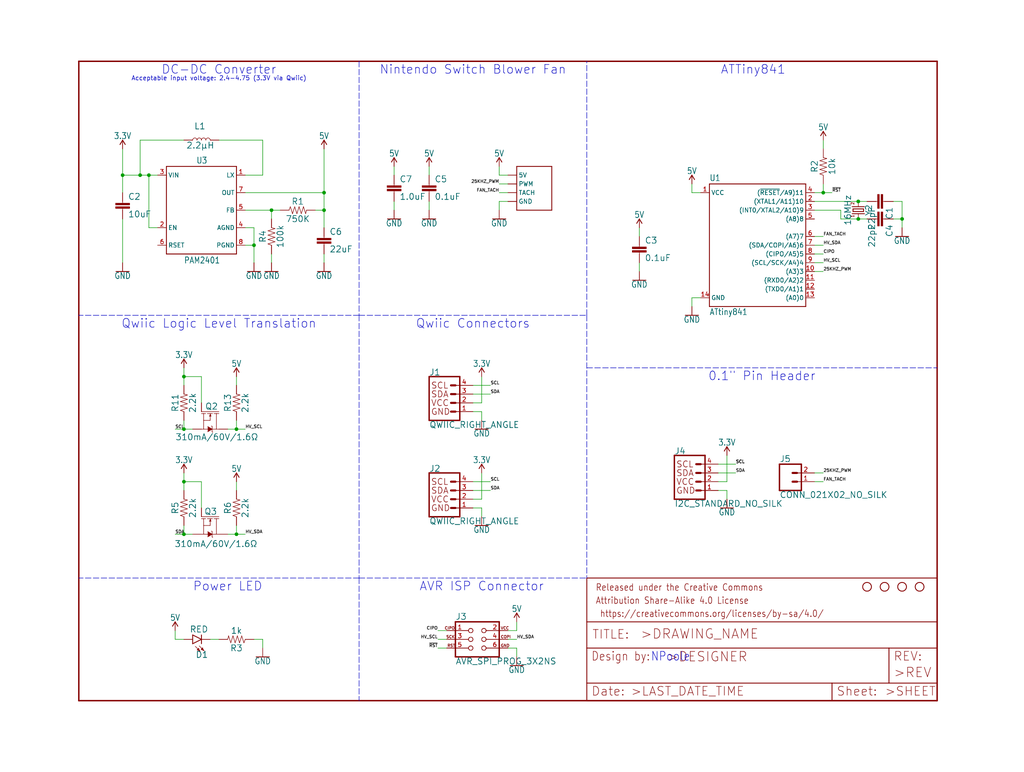
<source format=kicad_sch>
(kicad_sch (version 20211123) (generator eeschema)
  (paper "User" 297.002 223.926)
  (lib_symbols
    (symbol "eagleSchem-eagle-import:0.1UF-0603-25V-(+80{slash}-20%)"
      (property "Reference" "C" (at 1.524 2.921 0))
      (property "Value" "0.1UF-0603-25V-(+80{slash}-20%)" (at 1.524 -2.159 0))
      (symbol "0.1UF-0603-25V-(+80{slash}-20%)_1_0"
        (pin passive line (at 0 5.08 270) (length 2.54) (name "1") (number "1"))
        (pin passive line (at 0 -2.54 90) (length 2.54) (name "2") (number "2"))
      )
    )
    (symbol "eagleSchem-eagle-import:1.0UF-0603-16V-10%"
      (property "Reference" "C" (at 1.524 2.921 0))
      (property "Value" "1.0UF-0603-16V-10%" (at 1.524 -2.159 0))
      (symbol "1.0UF-0603-16V-10%_1_0"
        (pin passive line (at 0 5.08 270) (length 2.54) (name "1") (number "1"))
        (pin passive line (at 0 -2.54 90) (length 2.54) (name "2") (number "2"))
      )
    )
    (symbol "eagleSchem-eagle-import:100KOHM-0603-1{slash}10W-1%"
      (property "Reference" "R" (at 0 1.524 0))
      (property "Value" "100KOHM-0603-1{slash}10W-1%" (at 0 -1.524 0))
      (symbol "100KOHM-0603-1{slash}10W-1%_1_0"
        (pin passive line (at -5.08 0 0) (length 2.54) (name "1") (number "1"))
        (pin passive line (at 5.08 0 180) (length 2.54) (name "2") (number "2"))
      )
    )
    (symbol "eagleSchem-eagle-import:10KOHM-0603-1{slash}10W-1%"
      (property "Reference" "R" (at 0 1.524 0))
      (property "Value" "10KOHM-0603-1{slash}10W-1%" (at 0 -1.524 0))
      (symbol "10KOHM-0603-1{slash}10W-1%_1_0"
        (pin passive line (at -5.08 0 0) (length 2.54) (name "1") (number "1"))
        (pin passive line (at 5.08 0 180) (length 2.54) (name "2") (number "2"))
      )
    )
    (symbol "eagleSchem-eagle-import:10UF-0603-6.3V-20%"
      (property "Reference" "C" (at 1.524 2.921 0))
      (property "Value" "10UF-0603-6.3V-20%" (at 1.524 -2.159 0))
      (symbol "10UF-0603-6.3V-20%_1_0"
        (pin passive line (at 0 5.08 270) (length 2.54) (name "1") (number "1"))
        (pin passive line (at 0 -2.54 90) (length 2.54) (name "2") (number "2"))
      )
    )
    (symbol "eagleSchem-eagle-import:1KOHM-0603-1{slash}10W-1%"
      (property "Reference" "R" (at 0 1.524 0))
      (property "Value" "1KOHM-0603-1{slash}10W-1%" (at 0 -1.524 0))
      (symbol "1KOHM-0603-1{slash}10W-1%_1_0"
        (pin passive line (at -5.08 0 0) (length 2.54) (name "1") (number "1"))
        (pin passive line (at 5.08 0 180) (length 2.54) (name "2") (number "2"))
      )
    )
    (symbol "eagleSchem-eagle-import:2.2KOHM-0603-1{slash}10W-1%"
      (property "Reference" "R" (at 0 1.524 0))
      (property "Value" "2.2KOHM-0603-1{slash}10W-1%" (at 0 -1.524 0))
      (symbol "2.2KOHM-0603-1{slash}10W-1%_1_0"
        (pin passive line (at -5.08 0 0) (length 2.54) (name "1") (number "1"))
        (pin passive line (at 5.08 0 180) (length 2.54) (name "2") (number "2"))
      )
    )
    (symbol "eagleSchem-eagle-import:2.2μH_SHIELDED_INDUCTOR"
      (property "Reference" "L" (at 1.27 2.54 0))
      (property "Value" "2.2μH_SHIELDED_INDUCTOR" (at 1.27 -2.54 0))
      (symbol "2.2μH_SHIELDED_INDUCTOR_1_0"
        (pin passive line (at 0 5.08 270) (length 2.54) (name "1") (number "1"))
        (pin passive line (at 0 -5.08 90) (length 2.54) (name "2") (number "2"))
      )
    )
    (symbol "eagleSchem-eagle-import:22PF-0603-50V-5%"
      (property "Reference" "C" (at 1.524 2.921 0))
      (property "Value" "22PF-0603-50V-5%" (at 1.524 -2.159 0))
      (symbol "22PF-0603-50V-5%_1_0"
        (pin passive line (at 0 5.08 270) (length 2.54) (name "1") (number "1"))
        (pin passive line (at 0 -2.54 90) (length 2.54) (name "2") (number "2"))
      )
    )
    (symbol "eagleSchem-eagle-import:22UF-0805-6.3V-20%"
      (property "Reference" "C" (at 1.524 2.921 0))
      (property "Value" "22UF-0805-6.3V-20%" (at 1.524 -2.159 0))
      (symbol "22UF-0805-6.3V-20%_1_0"
        (pin passive line (at 0 5.08 270) (length 2.54) (name "1") (number "1"))
        (pin passive line (at 0 -2.54 90) (length 2.54) (name "2") (number "2"))
      )
    )
    (symbol "eagleSchem-eagle-import:3.3V" (power)
      (property "Value" "3.3V" (at 0 2.794 0))
      (symbol "3.3V_1_0"
        (pin power_in line (at 0 0 90) (length 2.54) (name "3.3V") (number "1"))
      )
    )
    (symbol "eagleSchem-eagle-import:5V" (power)
      (property "Value" "5V" (at 0 2.794 0))
      (symbol "5V_1_0"
        (pin power_in line (at 0 0 90) (length 2.54) (name "5V") (number "1"))
      )
    )
    (symbol "eagleSchem-eagle-import:750KOHM-0603-1{slash}10W-1%"
      (property "Reference" "R" (at 0 1.524 0))
      (property "Value" "750KOHM-0603-1{slash}10W-1%" (at 0 -1.524 0))
      (symbol "750KOHM-0603-1{slash}10W-1%_1_0"
        (pin passive line (at -5.08 0 0) (length 2.54) (name "1") (number "1"))
        (pin passive line (at 5.08 0 180) (length 2.54) (name "2") (number "2"))
      )
    )
    (symbol "eagleSchem-eagle-import:ATTINY841-ARDUINO"
      (property "Reference" "U" (at -15.24 18.542 0))
      (property "Value" "ATTINY841-ARDUINO" (at -15.24 -20.32 0))
      (symbol "ATTINY841-ARDUINO_1_0"
        (pin power_in line (at -17.78 15.24 0) (length 2.54) (name "VCC") (number "1"))
        (pin bidirectional line (at 15.24 -7.62 180) (length 2.54) (name "(A3)3") (number "10"))
        (pin bidirectional line (at 15.24 -10.16 180) (length 2.54) (name "(RXD0/A2)2") (number "11"))
        (pin bidirectional line (at 15.24 -12.7 180) (length 2.54) (name "(TXD0/A1)1") (number "12"))
        (pin bidirectional line (at 15.24 -15.24 180) (length 2.54) (name "(A0)0") (number "13"))
        (pin power_in line (at -17.78 -15.24 0) (length 2.54) (name "GND") (number "14"))
        (pin bidirectional line (at 15.24 12.7 180) (length 2.54) (name "(XTAL1/A11)10") (number "2"))
        (pin bidirectional line (at 15.24 10.16 180) (length 2.54) (name "(INT0/XTAL2/A10)9") (number "3"))
        (pin bidirectional line (at 15.24 15.24 180) (length 2.54) (name "(~{RESET}/A9)11") (number "4"))
        (pin bidirectional line (at 15.24 7.62 180) (length 2.54) (name "(A8)8") (number "5"))
        (pin bidirectional line (at 15.24 2.54 180) (length 2.54) (name "(A7)7") (number "6"))
        (pin bidirectional line (at 15.24 0 180) (length 2.54) (name "(SDA/COPI/A6)6") (number "7"))
        (pin bidirectional line (at 15.24 -2.54 180) (length 2.54) (name "(CIPO/A5)5") (number "8"))
        (pin bidirectional line (at 15.24 -5.08 180) (length 2.54) (name "(SCL/SCK/A4)4") (number "9"))
      )
    )
    (symbol "eagleSchem-eagle-import:AVR_SPI_PROG_3X2NS"
      (property "Reference" "J" (at -5.08 5.588 0))
      (property "Value" "AVR_SPI_PROG_3X2NS" (at -5.08 -7.366 0))
      (symbol "AVR_SPI_PROG_3X2NS_1_0"
        (text "CIPO" (at -5.207 2.794 0) (effects (font (size 0.8128 0.8128)) (justify right bottom)))
        (text "COPI" (at 8.001 0.254 0) (effects (font (size 0.8128 0.8128)) (justify left bottom)))
        (text "GND" (at 8.001 -2.286 0) (effects (font (size 0.8128 0.8128)) (justify left bottom)))
        (text "RST" (at -5.08 -2.286 0) (effects (font (size 0.8128 0.8128)) (justify right bottom)))
        (text "SCK" (at -5.207 0.254 0) (effects (font (size 0.8128 0.8128)) (justify right bottom)))
        (text "VCC" (at 8.001 2.794 0) (effects (font (size 0.8128 0.8128)) (justify left bottom)))
        (pin passive inverted (at -7.62 2.54 0) (length 7.62) (name "1") (number "1"))
        (pin passive inverted (at 10.16 2.54 180) (length 7.62) (name "2") (number "2"))
        (pin passive inverted (at -7.62 0 0) (length 7.62) (name "3") (number "3"))
        (pin passive inverted (at 10.16 0 180) (length 7.62) (name "4") (number "4"))
        (pin passive inverted (at -7.62 -2.54 0) (length 7.62) (name "5") (number "5"))
        (pin passive inverted (at 10.16 -2.54 180) (length 7.62) (name "6") (number "6"))
      )
    )
    (symbol "eagleSchem-eagle-import:CONN_021X02_NO_SILK"
      (property "Reference" "J" (at -2.54 5.588 0))
      (property "Value" "CONN_021X02_NO_SILK" (at -2.54 -4.826 0))
      (symbol "CONN_021X02_NO_SILK_1_0"
        (pin passive line (at 7.62 0 180) (length 5.08) (name "1") (number "1"))
        (pin passive line (at 7.62 2.54 180) (length 5.08) (name "2") (number "2"))
      )
    )
    (symbol "eagleSchem-eagle-import:CRYSTAL-16MHZSMD-2X1.6"
      (property "Reference" "Y" (at 0 2.032 0))
      (property "Value" "CRYSTAL-16MHZSMD-2X1.6" (at 0 -2.032 0))
      (symbol "CRYSTAL-16MHZSMD-2X1.6_1_0"
        (text "1" (at -2.159 -1.143 0) (effects (font (size 0.8636 0.734)) (justify left bottom)))
        (text "2" (at 1.524 -1.143 0) (effects (font (size 0.8636 0.734)) (justify left bottom)))
        (pin passive line (at -2.54 0 0) (length 0) (name "1") (number "1"))
        (pin passive line (at 2.54 0 180) (length 0) (name "2") (number "3"))
      )
    )
    (symbol "eagleSchem-eagle-import:FRAME-LETTER"
      (symbol "FRAME-LETTER_2_0"
        (text " https://creativecommons.org/licenses/by-sa/4.0/" (at 2.54 24.13 0) (effects (font (size 1.9304 1.6408)) (justify left bottom)))
        (text ">DESIGNER" (at 23.114 11.176 0) (effects (font (size 2.7432 2.7432)) (justify left bottom)))
        (text ">DRAWING_NAME" (at 15.494 17.78 0) (effects (font (size 2.7432 2.7432)) (justify left bottom)))
        (text ">LAST_DATE_TIME" (at 12.7 1.27 0) (effects (font (size 2.54 2.54)) (justify left bottom)))
        (text ">REV" (at 88.9 6.604 0) (effects (font (size 2.7432 2.7432)) (justify left bottom)))
        (text ">SHEET" (at 86.36 1.27 0) (effects (font (size 2.54 2.54)) (justify left bottom)))
        (text "Attribution Share-Alike 4.0 License" (at 2.54 27.94 0) (effects (font (size 1.9304 1.6408)) (justify left bottom)))
        (text "Date:" (at 1.27 1.27 0) (effects (font (size 2.54 2.54)) (justify left bottom)))
        (text "Design by:" (at 1.27 11.43 0) (effects (font (size 2.54 2.159)) (justify left bottom)))
        (text "Released under the Creative Commons" (at 2.54 31.75 0) (effects (font (size 1.9304 1.6408)) (justify left bottom)))
        (text "REV:" (at 88.9 11.43 0) (effects (font (size 2.54 2.54)) (justify left bottom)))
        (text "Sheet:" (at 72.39 1.27 0) (effects (font (size 2.54 2.54)) (justify left bottom)))
        (text "TITLE:" (at 1.524 17.78 0) (effects (font (size 2.54 2.54)) (justify left bottom)))
      )
    )
    (symbol "eagleSchem-eagle-import:GND" (power)
      (property "Value" "GND" (at 0 -0.254 0))
      (symbol "GND_1_0"
        (pin power_in line (at 0 2.54 270) (length 2.54) (name "GND") (number "1"))
      )
    )
    (symbol "eagleSchem-eagle-import:I2C_STANDARD_NO_SILK"
      (property "Reference" "J" (at -5.08 7.874 0))
      (property "Value" "I2C_STANDARD_NO_SILK" (at -5.08 -5.334 0))
      (symbol "I2C_STANDARD_NO_SILK_1_0"
        (text "GND" (at -4.572 -2.54 0) (effects (font (size 1.778 1.778)) (justify left)))
        (text "SCL" (at -4.572 5.08 0) (effects (font (size 1.778 1.778)) (justify left)))
        (text "SDA" (at -4.572 2.54 0) (effects (font (size 1.778 1.778)) (justify left)))
        (text "VCC" (at -4.572 0 0) (effects (font (size 1.778 1.778)) (justify left)))
        (pin power_in line (at 7.62 -2.54 180) (length 5.08) (name "1") (number "1"))
        (pin power_in line (at 7.62 0 180) (length 5.08) (name "2") (number "2"))
        (pin passive line (at 7.62 2.54 180) (length 5.08) (name "3") (number "3"))
        (pin passive line (at 7.62 5.08 180) (length 5.08) (name "4") (number "4"))
      )
    )
    (symbol "eagleSchem-eagle-import:LED-RED0603"
      (property "Reference" "D" (at -3.429 -4.572 90))
      (property "Value" "LED-RED0603" (at 1.905 -4.572 90))
      (symbol "LED-RED0603_1_0"
        (pin passive line (at 0 2.54 270) (length 2.54) (name "A") (number "A"))
        (pin passive line (at 0 -5.08 90) (length 2.54) (name "C") (number "C"))
      )
    )
    (symbol "eagleSchem-eagle-import:MOSFET-NCH-2N7002PW"
      (property "Reference" "Q" (at 5.08 0 0))
      (property "Value" "MOSFET-NCH-2N7002PW" (at 5.08 -2.54 0))
      (symbol "MOSFET-NCH-2N7002PW_1_0"
        (pin bidirectional line (at -5.08 -2.54 0) (length 2.54) (name "G") (number "1"))
        (pin bidirectional line (at 2.54 -5.08 90) (length 2.54) (name "S") (number "2"))
        (pin bidirectional line (at 2.54 5.08 270) (length 2.54) (name "D") (number "3"))
      )
    )
    (symbol "eagleSchem-eagle-import:NINTENDO_SWITCH_FAN"
      (symbol "NINTENDO_SWITCH_FAN_1_0"
        (pin power_in line (at -7.62 2.54 0) (length 2.54) (name "5V") (number "1"))
        (pin output line (at -7.62 -2.54 0) (length 2.54) (name "TACH") (number "2"))
        (pin bidirectional line (at -7.62 -5.08 0) (length 2.54) (name "GND") (number "3"))
        (pin input line (at -7.62 0 0) (length 2.54) (name "PWM") (number "4"))
      )
    )
    (symbol "eagleSchem-eagle-import:PAM2401"
      (property "Reference" "U" (at -5.08 14.224 0))
      (property "Value" "PAM2401" (at -4.826 -16.002 0))
      (symbol "PAM2401_1_0"
        (pin bidirectional line (at 12.7 10.16 180) (length 2.54) (name "LX") (number "1"))
        (pin bidirectional line (at -12.7 -5.08 0) (length 2.54) (name "EN") (number "2"))
        (pin bidirectional line (at -12.7 10.16 0) (length 2.54) (name "VIN") (number "3"))
        (pin bidirectional line (at 12.7 -5.08 180) (length 2.54) (name "AGND") (number "4"))
        (pin bidirectional line (at 12.7 0 180) (length 2.54) (name "FB") (number "5"))
        (pin bidirectional line (at -12.7 -10.16 0) (length 2.54) (name "RSET") (number "6"))
        (pin bidirectional line (at 12.7 5.08 180) (length 2.54) (name "OUT") (number "7"))
        (pin bidirectional line (at 12.7 -10.16 180) (length 2.54) (name "PGND") (number "8"))
      )
    )
    (symbol "eagleSchem-eagle-import:QWIIC_CONNECTORJS-1MM"
      (property "Reference" "J" (at -5.08 7.874 0))
      (property "Value" "QWIIC_CONNECTORJS-1MM" (at -5.08 -5.334 0))
      (symbol "QWIIC_CONNECTORJS-1MM_1_0"
        (text "GND" (at -4.572 -2.54 0) (effects (font (size 1.778 1.778)) (justify left)))
        (text "SCL" (at -4.572 5.08 0) (effects (font (size 1.778 1.778)) (justify left)))
        (text "SDA" (at -4.572 2.54 0) (effects (font (size 1.778 1.778)) (justify left)))
        (text "VCC" (at -4.572 0 0) (effects (font (size 1.778 1.778)) (justify left)))
        (pin power_in line (at 7.62 -2.54 180) (length 5.08) (name "1") (number "1"))
        (pin power_in line (at 7.62 0 180) (length 5.08) (name "2") (number "2"))
        (pin passive line (at 7.62 2.54 180) (length 5.08) (name "3") (number "3"))
        (pin passive line (at 7.62 5.08 180) (length 5.08) (name "4") (number "4"))
      )
    )
    (symbol "eagleSchem-eagle-import:STAND-OFF")
  )
  (junction (at 53.34 139.7))
  (junction (at 43.18 50.8))
  (junction (at 68.58 154.94))
  (junction (at 248.92 63.5))
  (junction (at 68.58 124.46))
  (junction (at 93.98 60.96))
  (junction (at 40.64 50.8))
  (junction (at 35.56 50.8))
  (junction (at 93.98 55.88))
  (junction (at 238.76 55.88))
  (junction (at 78.74 60.96))
  (junction (at 53.34 154.94))
  (junction (at 73.66 71.12))
  (junction (at 248.92 58.42))
  (junction (at 53.34 109.22))
  (junction (at 261.62 63.5))
  (junction (at 53.34 124.46))
  (wire (pts (xy 139.7 116.84) (xy 139.7 109.22)))
  (wire (pts (xy 71.12 66.04) (xy 73.66 66.04)))
  (wire (pts (xy 53.34 154.94) (xy 55.88 154.94)))
  (wire (pts (xy 238.76 55.88) (xy 241.3 55.88)))
  (wire (pts (xy 208.28 142.24) (xy 210.82 142.24)))
  (wire (pts (xy 58.42 109.22) (xy 53.34 109.22)))
  (wire (pts (xy 139.7 144.78) (xy 139.7 137.16)))
  (wire (pts (xy 81.28 60.96) (xy 78.74 60.96)))
  (wire (pts (xy 124.46 58.42) (xy 124.46 60.96)))
  (wire (pts (xy 236.22 139.7) (xy 238.76 139.7)))
  (wire (pts (xy 58.42 139.7) (xy 58.42 147.32)))
  (wire (pts (xy 68.58 121.92) (xy 68.58 124.46)))
  (wire (pts (xy 236.22 55.88) (xy 238.76 55.88)))
  (wire (pts (xy 71.12 55.88) (xy 93.98 55.88)))
  (polyline (pts (xy 104.14 167.64) (xy 104.14 203.2)))
  (wire (pts (xy 137.16 142.24) (xy 142.24 142.24)))
  (wire (pts (xy 144.78 58.42) (xy 144.78 60.96)))
  (wire (pts (xy 129.54 185.42) (xy 127 185.42)))
  (wire (pts (xy 53.34 154.94) (xy 53.34 152.4)))
  (wire (pts (xy 53.34 185.42) (xy 50.8 185.42)))
  (wire (pts (xy 149.86 187.96) (xy 149.86 190.5)))
  (wire (pts (xy 210.82 142.24) (xy 210.82 144.78)))
  (wire (pts (xy 236.22 78.74) (xy 238.76 78.74)))
  (wire (pts (xy 93.98 66.04) (xy 93.98 60.96)))
  (wire (pts (xy 53.34 124.46) (xy 55.88 124.46)))
  (wire (pts (xy 58.42 139.7) (xy 53.34 139.7)))
  (wire (pts (xy 147.32 55.88) (xy 144.78 55.88)))
  (wire (pts (xy 43.18 66.04) (xy 43.18 50.8)))
  (wire (pts (xy 93.98 60.96) (xy 93.98 55.88)))
  (wire (pts (xy 71.12 60.96) (xy 78.74 60.96)))
  (wire (pts (xy 71.12 71.12) (xy 73.66 71.12)))
  (wire (pts (xy 137.16 111.76) (xy 142.24 111.76)))
  (wire (pts (xy 261.62 58.42) (xy 261.62 63.5)))
  (wire (pts (xy 259.08 63.5) (xy 261.62 63.5)))
  (wire (pts (xy 137.16 139.7) (xy 142.24 139.7)))
  (wire (pts (xy 76.2 40.64) (xy 63.5 40.64)))
  (wire (pts (xy 236.22 60.96) (xy 243.84 60.96)))
  (wire (pts (xy 236.22 68.58) (xy 238.76 68.58)))
  (wire (pts (xy 45.72 66.04) (xy 43.18 66.04)))
  (wire (pts (xy 238.76 55.88) (xy 238.76 53.34)))
  (wire (pts (xy 73.66 185.42) (xy 76.2 185.42)))
  (wire (pts (xy 60.96 185.42) (xy 63.5 185.42)))
  (wire (pts (xy 243.84 60.96) (xy 243.84 63.5)))
  (wire (pts (xy 243.84 63.5) (xy 248.92 63.5)))
  (wire (pts (xy 35.56 55.88) (xy 35.56 50.8)))
  (wire (pts (xy 208.28 134.62) (xy 213.36 134.62)))
  (wire (pts (xy 53.34 142.24) (xy 53.34 139.7)))
  (wire (pts (xy 76.2 185.42) (xy 76.2 187.96)))
  (wire (pts (xy 124.46 48.26) (xy 124.46 50.8)))
  (polyline (pts (xy 104.14 91.44) (xy 104.14 167.64)))
  (wire (pts (xy 45.72 50.8) (xy 43.18 50.8)))
  (wire (pts (xy 147.32 185.42) (xy 149.86 185.42)))
  (wire (pts (xy 53.34 109.22) (xy 53.34 106.68)))
  (polyline (pts (xy 104.14 91.44) (xy 170.18 91.44)))
  (wire (pts (xy 35.56 50.8) (xy 35.56 43.18)))
  (wire (pts (xy 248.92 63.5) (xy 251.46 63.5)))
  (polyline (pts (xy 170.18 91.44) (xy 170.18 167.64)))
  (wire (pts (xy 259.08 58.42) (xy 261.62 58.42)))
  (wire (pts (xy 58.42 109.22) (xy 58.42 116.84)))
  (wire (pts (xy 147.32 182.88) (xy 149.86 182.88)))
  (wire (pts (xy 144.78 50.8) (xy 144.78 48.26)))
  (wire (pts (xy 261.62 63.5) (xy 261.62 66.04)))
  (wire (pts (xy 114.3 58.42) (xy 114.3 60.96)))
  (wire (pts (xy 200.66 86.36) (xy 200.66 88.9)))
  (wire (pts (xy 114.3 48.26) (xy 114.3 50.8)))
  (polyline (pts (xy 104.14 167.64) (xy 22.86 167.64)))
  (wire (pts (xy 50.8 185.42) (xy 50.8 182.88)))
  (wire (pts (xy 236.22 71.12) (xy 238.76 71.12)))
  (wire (pts (xy 208.28 137.16) (xy 213.36 137.16)))
  (wire (pts (xy 185.42 76.2) (xy 185.42 78.74)))
  (wire (pts (xy 248.92 58.42) (xy 251.46 58.42)))
  (wire (pts (xy 76.2 50.8) (xy 76.2 40.64)))
  (wire (pts (xy 139.7 147.32) (xy 139.7 149.86)))
  (wire (pts (xy 73.66 71.12) (xy 73.66 76.2)))
  (wire (pts (xy 68.58 154.94) (xy 71.12 154.94)))
  (polyline (pts (xy 170.18 106.68) (xy 271.78 106.68)))
  (wire (pts (xy 137.16 147.32) (xy 139.7 147.32)))
  (wire (pts (xy 71.12 50.8) (xy 76.2 50.8)))
  (wire (pts (xy 129.54 182.88) (xy 127 182.88)))
  (wire (pts (xy 68.58 142.24) (xy 68.58 139.7)))
  (wire (pts (xy 149.86 182.88) (xy 149.86 180.34)))
  (wire (pts (xy 35.56 63.5) (xy 35.56 76.2)))
  (wire (pts (xy 147.32 50.8) (xy 144.78 50.8)))
  (wire (pts (xy 68.58 152.4) (xy 68.58 154.94)))
  (wire (pts (xy 139.7 119.38) (xy 139.7 121.92)))
  (wire (pts (xy 137.16 119.38) (xy 139.7 119.38)))
  (wire (pts (xy 147.32 58.42) (xy 144.78 58.42)))
  (wire (pts (xy 53.34 124.46) (xy 50.8 124.46)))
  (wire (pts (xy 73.66 66.04) (xy 73.66 71.12)))
  (wire (pts (xy 93.98 73.66) (xy 93.98 76.2)))
  (wire (pts (xy 40.64 40.64) (xy 40.64 50.8)))
  (wire (pts (xy 40.64 50.8) (xy 35.56 50.8)))
  (wire (pts (xy 129.54 187.96) (xy 127 187.96)))
  (wire (pts (xy 43.18 50.8) (xy 40.64 50.8)))
  (wire (pts (xy 208.28 139.7) (xy 210.82 139.7)))
  (wire (pts (xy 91.44 60.96) (xy 93.98 60.96)))
  (wire (pts (xy 137.16 114.3) (xy 142.24 114.3)))
  (wire (pts (xy 68.58 111.76) (xy 68.58 109.22)))
  (wire (pts (xy 147.32 187.96) (xy 149.86 187.96)))
  (wire (pts (xy 147.32 53.34) (xy 144.78 53.34)))
  (wire (pts (xy 236.22 137.16) (xy 238.76 137.16)))
  (wire (pts (xy 200.66 55.88) (xy 200.66 53.34)))
  (wire (pts (xy 137.16 144.78) (xy 139.7 144.78)))
  (wire (pts (xy 203.2 55.88) (xy 200.66 55.88)))
  (wire (pts (xy 93.98 55.88) (xy 93.98 43.18)))
  (wire (pts (xy 53.34 124.46) (xy 53.34 121.92)))
  (polyline (pts (xy 104.14 167.64) (xy 170.18 167.64)))
  (wire (pts (xy 66.04 154.94) (xy 68.58 154.94)))
  (wire (pts (xy 53.34 40.64) (xy 40.64 40.64)))
  (wire (pts (xy 236.22 73.66) (xy 238.76 73.66)))
  (wire (pts (xy 236.22 58.42) (xy 248.92 58.42)))
  (wire (pts (xy 53.34 111.76) (xy 53.34 109.22)))
  (wire (pts (xy 238.76 43.18) (xy 238.76 40.64)))
  (polyline (pts (xy 170.18 91.44) (xy 170.18 17.78)))
  (wire (pts (xy 185.42 66.04) (xy 185.42 68.58)))
  (wire (pts (xy 203.2 86.36) (xy 200.66 86.36)))
  (wire (pts (xy 78.74 60.96) (xy 78.74 63.5)))
  (polyline (pts (xy 104.14 91.44) (xy 22.86 91.44)))
  (wire (pts (xy 66.04 124.46) (xy 68.58 124.46)))
  (wire (pts (xy 210.82 139.7) (xy 210.82 132.08)))
  (wire (pts (xy 53.34 154.94) (xy 50.8 154.94)))
  (polyline (pts (xy 104.14 17.78) (xy 104.14 91.44)))
  (wire (pts (xy 53.34 139.7) (xy 53.34 137.16)))
  (wire (pts (xy 236.22 76.2) (xy 238.76 76.2)))
  (wire (pts (xy 68.58 124.46) (xy 71.12 124.46)))
  (wire (pts (xy 78.74 73.66) (xy 78.74 76.2)))
  (wire (pts (xy 137.16 116.84) (xy 139.7 116.84)))
  (text "Power LED" (at 66.04 170.18 180) (effects (font (size 2.54 2.54))))
  (text "AVR ISP Connector" (at 139.7 170.18 180) (effects (font (size 2.54 2.54))))
  (text "0.1\" Pin Header" (at 220.98 109.22 180) (effects (font (size 2.54 2.54))))
  (text "Qwiic Logic Level Translation" (at 63.5 93.98 180) (effects (font (size 2.54 2.54))))
  (text "NPoole" (at 188.722 192.024 180) (effects (font (size 2.54 2.159)) (justify left bottom)))
  (text "DC-DC Converter" (at 63.5 20.32 180) (effects (font (size 2.54 2.54))))
  (text "Qwiic Connectors" (at 137.16 93.98 180) (effects (font (size 2.54 2.54))))
  (text "ATTiny841" (at 218.44 20.32 180) (effects (font (size 2.54 2.54))))
  (text "Acceptable input voltage: 2.4-4.75 (3.3V via Qwiic)" (at 63.5 22.86 180) (effects (font (size 1.27 1.27))))
  (text "Nintendo Switch Blower Fan" (at 137.16 20.32 180) (effects (font (size 2.54 2.54))))
  (label "25KHZ_PWM" (at 238.76 137.16 0) (effects (font (size 0.889 0.889))))
  (label "FAN_TACH" (at 238.76 139.7 0) (effects (font (size 0.889 0.889))))
  (label "FAN_TACH" (at 238.76 68.58 0) (effects (font (size 0.889 0.889))))
  (label "SDA" (at 142.24 114.3 0) (effects (font (size 0.889 0.889))))
  (label "SCL" (at 142.24 139.7 0) (effects (font (size 0.889 0.889))))
  (label "HV_SCL" (at 127 185.42 180) (effects (font (size 0.889 0.889))))
  (label "SCL" (at 213.36 134.62 0) (effects (font (size 0.889 0.889))))
  (label "SCL" (at 50.8 124.46 0) (effects (font (size 0.889 0.889))))
  (label "SCL" (at 213.36 134.62 0) (effects (font (size 0.889 0.889))))
  (label "FAN_TACH" (at 144.78 55.88 180) (effects (font (size 0.889 0.889))))
  (label "~{RST}" (at 127 187.96 180) (effects (font (size 0.889 0.889))))
  (label "CIPO" (at 238.76 73.66 0) (effects (font (size 0.889 0.889))))
  (label "HV_SDA" (at 238.76 71.12 0) (effects (font (size 0.889 0.889))))
  (label "HV_SCL" (at 238.76 76.2 0) (effects (font (size 0.889 0.889))))
  (label "SDA" (at 213.36 137.16 0) (effects (font (size 0.889 0.889))))
  (label "SDA" (at 142.24 142.24 0) (effects (font (size 0.889 0.889))))
  (label "HV_SCL" (at 71.12 124.46 0) (effects (font (size 0.889 0.889))))
  (label "SDA" (at 50.8 154.94 0) (effects (font (size 0.889 0.889))))
  (label "~{RST}" (at 241.3 55.88 0) (effects (font (size 0.889 0.889))))
  (label "HV_SDA" (at 71.12 154.94 0) (effects (font (size 0.889 0.889))))
  (label "25KHZ_PWM" (at 144.78 53.34 180) (effects (font (size 0.889 0.889))))
  (label "SCL" (at 142.24 111.76 0) (effects (font (size 0.889 0.889))))
  (label "25KHZ_PWM" (at 238.76 78.74 0) (effects (font (size 0.889 0.889))))
  (label "CIPO" (at 127 182.88 180) (effects (font (size 0.889 0.889))))
  (label "HV_SDA" (at 149.86 185.42 0) (effects (font (size 0.889 0.889))))
  (symbol (lib_id "eagleSchem-eagle-import:GND") (at 139.7 124.46 0) (unit 1)
    (property "Reference" "#GND4" (effects hide))
    (property "Value" "GND" (at 139.7 124.714 0) (effects (font (size 1.778 1.5113)) (justify top)))
    (property "Footprint" "eagleSchem:" (effects hide))
  )
  (symbol (lib_id "eagleSchem-eagle-import:3.3V") (at 53.34 106.68 0) (mirror y) (unit 1)
    (property "Reference" "#SUPPLY10" (effects hide))
    (property "Value" "3.3V" (at 53.34 103.886 0) (effects (font (size 1.778 1.5113)) (justify bottom)))
    (property "Footprint" "eagleSchem:" (effects hide))
  )
  (symbol (lib_id "eagleSchem-eagle-import:MOSFET-NCH-2N7002PW") (at 60.96 121.92 270) (unit 1)
    (property "Reference" "Q2" (at 59.436 118.872 90) (effects (font (size 1.778 1.778)) (justify left bottom)))
    (property "Value" "310mA/60V/1.6Ω" (at 50.8 127.762 90) (effects (font (size 1.778 1.778)) (justify left bottom)))
    (property "Footprint" "eagleSchem:SOT323" (effects hide))
  )
  (symbol (lib_id "eagleSchem-eagle-import:GND") (at 35.56 78.74 0) (unit 1)
    (property "Reference" "#GND15" (effects hide))
    (property "Value" "GND" (at 35.56 78.994 0) (effects (font (size 1.778 1.5113)) (justify top)))
    (property "Footprint" "eagleSchem:" (effects hide))
  )
  (symbol (lib_id "eagleSchem-eagle-import:GND") (at 144.78 63.5 0) (unit 1)
    (property "Reference" "#GND6" (effects hide))
    (property "Value" "GND" (at 144.78 63.754 0) (effects (font (size 1.778 1.5113)) (justify top)))
    (property "Footprint" "eagleSchem:" (effects hide))
  )
  (symbol (lib_id "eagleSchem-eagle-import:2.2KOHM-0603-1{slash}10W-1%") (at 53.34 147.32 90) (unit 1)
    (property "Reference" "R5" (at 51.816 147.32 0) (effects (font (size 1.778 1.778)) (justify bottom)))
    (property "Value" "2.2k" (at 54.864 147.32 0) (effects (font (size 1.778 1.778)) (justify top)))
    (property "Footprint" "eagleSchem:0603" (effects hide))
  )
  (symbol (lib_id "eagleSchem-eagle-import:22PF-0603-50V-5%") (at 254 58.42 270) (unit 1)
    (property "Reference" "C1" (at 256.921 59.944 0) (effects (font (size 1.778 1.778)) (justify left bottom)))
    (property "Value" "22pF" (at 251.841 59.944 0) (effects (font (size 1.778 1.778)) (justify left bottom)))
    (property "Footprint" "eagleSchem:0603" (effects hide))
  )
  (symbol (lib_id "eagleSchem-eagle-import:22UF-0805-6.3V-20%") (at 93.98 71.12 0) (unit 1)
    (property "Reference" "C6" (at 95.504 68.199 0) (effects (font (size 1.778 1.778)) (justify left bottom)))
    (property "Value" "22uF" (at 95.504 73.279 0) (effects (font (size 1.778 1.778)) (justify left bottom)))
    (property "Footprint" "eagleSchem:0805" (effects hide))
  )
  (symbol (lib_id "eagleSchem-eagle-import:22PF-0603-50V-5%") (at 254 63.5 270) (unit 1)
    (property "Reference" "C4" (at 256.921 65.024 0) (effects (font (size 1.778 1.778)) (justify left bottom)))
    (property "Value" "22pF" (at 251.841 65.024 0) (effects (font (size 1.778 1.778)) (justify left bottom)))
    (property "Footprint" "eagleSchem:0603" (effects hide))
  )
  (symbol (lib_id "eagleSchem-eagle-import:3.3V") (at 139.7 109.22 0) (unit 1)
    (property "Reference" "#SUPPLY6" (effects hide))
    (property "Value" "3.3V" (at 139.7 106.426 0) (effects (font (size 1.778 1.5113)) (justify bottom)))
    (property "Footprint" "eagleSchem:" (effects hide))
  )
  (symbol (lib_id "eagleSchem-eagle-import:GND") (at 200.66 91.44 0) (unit 1)
    (property "Reference" "#GND1" (effects hide))
    (property "Value" "GND" (at 200.66 91.694 0) (effects (font (size 1.778 1.5113)) (justify top)))
    (property "Footprint" "eagleSchem:" (effects hide))
  )
  (symbol (lib_id "eagleSchem-eagle-import:2.2μH_SHIELDED_INDUCTOR") (at 58.42 40.64 90) (unit 1)
    (property "Reference" "L1" (at 59.69 35.56 90) (effects (font (size 1.778 1.778)) (justify left bottom)))
    (property "Value" "2.2μH" (at 62.23 43.18 90) (effects (font (size 1.778 1.778)) (justify left top)))
    (property "Footprint" "eagleSchem:0806" (effects hide))
  )
  (symbol (lib_id "eagleSchem-eagle-import:5V") (at 50.8 182.88 0) (unit 1)
    (property "Reference" "#SUPPLY17" (effects hide))
    (property "Value" "5V" (at 50.8 180.086 0) (effects (font (size 1.778 1.5113)) (justify bottom)))
    (property "Footprint" "eagleSchem:" (effects hide))
  )
  (symbol (lib_id "eagleSchem-eagle-import:5V") (at 185.42 66.04 0) (unit 1)
    (property "Reference" "#SUPPLY5" (effects hide))
    (property "Value" "5V" (at 185.42 63.246 0) (effects (font (size 1.778 1.5113)) (justify bottom)))
    (property "Footprint" "eagleSchem:" (effects hide))
  )
  (symbol (lib_id "eagleSchem-eagle-import:5V") (at 149.86 180.34 0) (unit 1)
    (property "Reference" "#SUPPLY15" (effects hide))
    (property "Value" "5V" (at 149.86 177.546 0) (effects (font (size 1.778 1.5113)) (justify bottom)))
    (property "Footprint" "eagleSchem:" (effects hide))
  )
  (symbol (lib_id "eagleSchem-eagle-import:CRYSTAL-16MHZSMD-2X1.6") (at 248.92 60.96 270) (mirror x) (unit 1)
    (property "Reference" "Y2" (at 250.952 60.96 0) (effects (font (size 1.778 1.778)) (justify bottom)))
    (property "Value" "16MHz" (at 246.888 60.96 0) (effects (font (size 1.778 1.778)) (justify top)))
    (property "Footprint" "eagleSchem:CRYSTAL-SMD-2.0X1.6MM" (effects hide))
  )
  (symbol (lib_id "eagleSchem-eagle-import:FRAME-LETTER") (at 22.86 203.2 0) (unit 1)
    (property "Reference" "FRAME1" (effects hide))
    (property "Value" "FRAME-LETTER" (effects hide))
    (property "Footprint" "eagleSchem:CREATIVE_COMMONS" (effects hide))
  )
  (symbol (lib_id "eagleSchem-eagle-import:QWIIC_CONNECTORJS-1MM") (at 129.54 116.84 0) (unit 1)
    (property "Reference" "J1" (at 124.46 108.966 0) (effects (font (size 1.778 1.778)) (justify left bottom)))
    (property "Value" "QWIIC_RIGHT_ANGLE" (at 124.46 122.174 0) (effects (font (size 1.778 1.778)) (justify left top)))
    (property "Footprint" "eagleSchem:JST04_1MM_RA" (effects hide))
  )
  (symbol (lib_id "eagleSchem-eagle-import:750KOHM-0603-1{slash}10W-1%") (at 86.36 60.96 0) (unit 1)
    (property "Reference" "R1" (at 86.36 59.436 0) (effects (font (size 1.778 1.778)) (justify bottom)))
    (property "Value" "750K" (at 86.36 62.484 0) (effects (font (size 1.778 1.778)) (justify top)))
    (property "Footprint" "eagleSchem:0603" (effects hide))
  )
  (symbol (lib_id "eagleSchem-eagle-import:5V") (at 144.78 48.26 0) (unit 1)
    (property "Reference" "#SUPPLY11" (effects hide))
    (property "Value" "5V" (at 144.78 45.466 0) (effects (font (size 1.778 1.5113)) (justify bottom)))
    (property "Footprint" "eagleSchem:" (effects hide))
  )
  (symbol (lib_id "eagleSchem-eagle-import:GND") (at 73.66 78.74 0) (unit 1)
    (property "Reference" "#GND13" (effects hide))
    (property "Value" "GND" (at 73.66 78.994 0) (effects (font (size 1.778 1.5113)) (justify top)))
    (property "Footprint" "eagleSchem:" (effects hide))
  )
  (symbol (lib_id "eagleSchem-eagle-import:AVR_SPI_PROG_3X2NS") (at 137.16 185.42 0) (unit 1)
    (property "Reference" "J3" (at 132.08 179.832 0) (effects (font (size 1.778 1.778)) (justify left bottom)))
    (property "Value" "AVR_SPI_PROG_3X2NS" (at 132.08 192.786 0) (effects (font (size 1.778 1.778)) (justify left bottom)))
    (property "Footprint" "eagleSchem:2X3-NS" (effects hide))
  )
  (symbol (lib_id "eagleSchem-eagle-import:FRAME-LETTER") (at 170.18 203.2 0) (unit 2)
    (property "Reference" "FRAME1" (effects hide))
    (property "Value" "FRAME-LETTER" (effects hide))
    (property "Footprint" "eagleSchem:CREATIVE_COMMONS" (effects hide))
  )
  (symbol (lib_id "eagleSchem-eagle-import:5V") (at 200.66 53.34 0) (unit 1)
    (property "Reference" "#SUPPLY4" (effects hide))
    (property "Value" "5V" (at 200.66 50.546 0) (effects (font (size 1.778 1.5113)) (justify bottom)))
    (property "Footprint" "eagleSchem:" (effects hide))
  )
  (symbol (lib_id "eagleSchem-eagle-import:CONN_021X02_NO_SILK") (at 228.6 139.7 0) (unit 1)
    (property "Reference" "J5" (at 226.06 134.112 0) (effects (font (size 1.778 1.778)) (justify left bottom)))
    (property "Value" "CONN_021X02_NO_SILK" (at 226.06 144.526 0) (effects (font (size 1.778 1.778)) (justify left bottom)))
    (property "Footprint" "eagleSchem:1X02_NO_SILK" (effects hide))
  )
  (symbol (lib_id "eagleSchem-eagle-import:5V") (at 68.58 109.22 0) (unit 1)
    (property "Reference" "#SUPPLY2" (effects hide))
    (property "Value" "5V" (at 68.58 106.426 0) (effects (font (size 1.778 1.5113)) (justify bottom)))
    (property "Footprint" "eagleSchem:" (effects hide))
  )
  (symbol (lib_id "eagleSchem-eagle-import:0.1UF-0603-25V-(+80{slash}-20%)") (at 185.42 73.66 0) (unit 1)
    (property "Reference" "C3" (at 186.944 70.739 0) (effects (font (size 1.778 1.778)) (justify left bottom)))
    (property "Value" "0.1uF" (at 186.944 75.819 0) (effects (font (size 1.778 1.778)) (justify left bottom)))
    (property "Footprint" "eagleSchem:0603" (effects hide))
  )
  (symbol (lib_id "eagleSchem-eagle-import:GND") (at 210.82 147.32 0) (unit 1)
    (property "Reference" "#GND10" (effects hide))
    (property "Value" "GND" (at 210.82 147.574 0) (effects (font (size 1.778 1.5113)) (justify top)))
    (property "Footprint" "eagleSchem:" (effects hide))
  )
  (symbol (lib_id "eagleSchem-eagle-import:2.2KOHM-0603-1{slash}10W-1%") (at 53.34 116.84 90) (unit 1)
    (property "Reference" "R11" (at 51.816 116.84 0) (effects (font (size 1.778 1.778)) (justify bottom)))
    (property "Value" "2.2k" (at 54.864 116.84 0) (effects (font (size 1.778 1.778)) (justify top)))
    (property "Footprint" "eagleSchem:0603" (effects hide))
  )
  (symbol (lib_id "eagleSchem-eagle-import:QWIIC_CONNECTORJS-1MM") (at 129.54 144.78 0) (unit 1)
    (property "Reference" "J2" (at 124.46 136.906 0) (effects (font (size 1.778 1.778)) (justify left bottom)))
    (property "Value" "QWIIC_RIGHT_ANGLE" (at 124.46 150.114 0) (effects (font (size 1.778 1.778)) (justify left top)))
    (property "Footprint" "eagleSchem:JST04_1MM_RA" (effects hide))
  )
  (symbol (lib_id "eagleSchem-eagle-import:GND") (at 76.2 190.5 0) (unit 1)
    (property "Reference" "#GND11" (effects hide))
    (property "Value" "GND" (at 76.2 190.754 0) (effects (font (size 1.778 1.5113)) (justify top)))
    (property "Footprint" "eagleSchem:" (effects hide))
  )
  (symbol (lib_id "eagleSchem-eagle-import:GND") (at 261.62 68.58 0) (mirror y) (unit 1)
    (property "Reference" "#GND3" (effects hide))
    (property "Value" "GND" (at 261.62 68.834 0) (effects (font (size 1.778 1.5113)) (justify top)))
    (property "Footprint" "eagleSchem:" (effects hide))
  )
  (symbol (lib_id "eagleSchem-eagle-import:100KOHM-0603-1{slash}10W-1%") (at 78.74 68.58 90) (unit 1)
    (property "Reference" "R4" (at 77.216 68.58 0) (effects (font (size 1.778 1.778)) (justify bottom)))
    (property "Value" "100k" (at 80.264 68.58 0) (effects (font (size 1.778 1.778)) (justify top)))
    (property "Footprint" "eagleSchem:0603" (effects hide))
  )
  (symbol (lib_id "eagleSchem-eagle-import:GND") (at 93.98 78.74 0) (unit 1)
    (property "Reference" "#GND16" (effects hide))
    (property "Value" "GND" (at 93.98 78.994 0) (effects (font (size 1.778 1.5113)) (justify top)))
    (property "Footprint" "eagleSchem:" (effects hide))
  )
  (symbol (lib_id "eagleSchem-eagle-import:5V") (at 114.3 48.26 0) (unit 1)
    (property "Reference" "#SUPPLY13" (effects hide))
    (property "Value" "5V" (at 114.3 45.466 0) (effects (font (size 1.778 1.5113)) (justify bottom)))
    (property "Footprint" "eagleSchem:" (effects hide))
  )
  (symbol (lib_id "eagleSchem-eagle-import:10KOHM-0603-1{slash}10W-1%") (at 238.76 48.26 90) (unit 1)
    (property "Reference" "R2" (at 237.236 48.26 0) (effects (font (size 1.778 1.778)) (justify bottom)))
    (property "Value" "10k" (at 240.284 48.26 0) (effects (font (size 1.778 1.778)) (justify top)))
    (property "Footprint" "eagleSchem:0603" (effects hide))
  )
  (symbol (lib_id "eagleSchem-eagle-import:10UF-0603-6.3V-20%") (at 35.56 60.96 0) (unit 1)
    (property "Reference" "C2" (at 37.084 58.039 0) (effects (font (size 1.778 1.778)) (justify left bottom)))
    (property "Value" "10uF" (at 37.084 63.119 0) (effects (font (size 1.778 1.778)) (justify left bottom)))
    (property "Footprint" "eagleSchem:0603" (effects hide))
  )
  (symbol (lib_id "eagleSchem-eagle-import:ATTINY841-ARDUINO") (at 220.98 71.12 0) (unit 1)
    (property "Reference" "U1" (at 205.74 52.578 0) (effects (font (size 1.778 1.5113)) (justify left bottom)))
    (property "Value" "ATtiny841" (at 205.74 91.44 0) (effects (font (size 1.778 1.5113)) (justify left bottom)))
    (property "Footprint" "eagleSchem:SO14" (effects hide))
  )
  (symbol (lib_id "eagleSchem-eagle-import:1.0UF-0603-16V-10%") (at 114.3 55.88 0) (unit 1)
    (property "Reference" "C7" (at 115.824 52.959 0) (effects (font (size 1.778 1.778)) (justify left bottom)))
    (property "Value" "1.0uF" (at 115.824 58.039 0) (effects (font (size 1.778 1.778)) (justify left bottom)))
    (property "Footprint" "eagleSchem:0603" (effects hide))
  )
  (symbol (lib_id "eagleSchem-eagle-import:I2C_STANDARD_NO_SILK") (at 200.66 139.7 0) (unit 1)
    (property "Reference" "J4" (at 195.58 131.826 0) (effects (font (size 1.778 1.778)) (justify left bottom)))
    (property "Value" "I2C_STANDARD_NO_SILK" (at 195.58 145.034 0) (effects (font (size 1.778 1.778)) (justify left top)))
    (property "Footprint" "eagleSchem:1X04_NO_SILK" (effects hide))
  )
  (symbol (lib_id "eagleSchem-eagle-import:1KOHM-0603-1{slash}10W-1%") (at 68.58 185.42 180) (unit 1)
    (property "Reference" "R3" (at 68.58 186.944 0) (effects (font (size 1.778 1.778)) (justify bottom)))
    (property "Value" "1k" (at 68.58 183.896 0) (effects (font (size 1.778 1.778)) (justify top)))
    (property "Footprint" "eagleSchem:0603" (effects hide))
  )
  (symbol (lib_id "eagleSchem-eagle-import:MOSFET-NCH-2N7002PW") (at 60.96 152.4 270) (unit 1)
    (property "Reference" "Q3" (at 59.182 149.352 90) (effects (font (size 1.778 1.778)) (justify left bottom)))
    (property "Value" "310mA/60V/1.6Ω" (at 50.546 158.75 90) (effects (font (size 1.778 1.778)) (justify left bottom)))
    (property "Footprint" "eagleSchem:SOT323" (effects hide))
  )
  (symbol (lib_id "eagleSchem-eagle-import:NINTENDO_SWITCH_FAN") (at 154.94 53.34 0) (unit 1)
    (property "Reference" "U$19" (effects hide))
    (property "Value" "NINTENDO_SWITCH_FAN" (effects hide))
    (property "Footprint" "eagleSchem:FPC_4_0.5MM" (effects hide))
  )
  (symbol (lib_id "eagleSchem-eagle-import:5V") (at 93.98 43.18 0) (unit 1)
    (property "Reference" "#SUPPLY8" (effects hide))
    (property "Value" "5V" (at 93.98 40.386 0) (effects (font (size 1.778 1.5113)) (justify bottom)))
    (property "Footprint" "eagleSchem:" (effects hide))
  )
  (symbol (lib_id "eagleSchem-eagle-import:GND") (at 149.86 193.04 0) (unit 1)
    (property "Reference" "#GND9" (effects hide))
    (property "Value" "GND" (at 149.86 193.294 0) (effects (font (size 1.778 1.5113)) (justify top)))
    (property "Footprint" "eagleSchem:" (effects hide))
  )
  (symbol (lib_id "eagleSchem-eagle-import:2.2KOHM-0603-1{slash}10W-1%") (at 68.58 116.84 90) (unit 1)
    (property "Reference" "R13" (at 67.056 116.84 0) (effects (font (size 1.778 1.778)) (justify bottom)))
    (property "Value" "2.2k" (at 70.104 116.84 0) (effects (font (size 1.778 1.778)) (justify top)))
    (property "Footprint" "eagleSchem:0603" (effects hide))
  )
  (symbol (lib_id "eagleSchem-eagle-import:STAND-OFF") (at 266.7 170.18 0) (unit 1)
    (property "Reference" "H4" (effects hide))
    (property "Value" "STAND-OFF" (effects hide))
    (property "Footprint" "eagleSchem:STAND-OFF" (effects hide))
  )
  (symbol (lib_id "eagleSchem-eagle-import:2.2KOHM-0603-1{slash}10W-1%") (at 68.58 147.32 90) (unit 1)
    (property "Reference" "R6" (at 67.056 147.32 0) (effects (font (size 1.778 1.778)) (justify bottom)))
    (property "Value" "2.2k" (at 70.104 147.32 0) (effects (font (size 1.778 1.778)) (justify top)))
    (property "Footprint" "eagleSchem:0603" (effects hide))
  )
  (symbol (lib_id "eagleSchem-eagle-import:3.3V") (at 35.56 43.18 0) (unit 1)
    (property "Reference" "#SUPPLY7" (effects hide))
    (property "Value" "3.3V" (at 35.56 40.386 0) (effects (font (size 1.778 1.5113)) (justify bottom)))
    (property "Footprint" "eagleSchem:" (effects hide))
  )
  (symbol (lib_id "eagleSchem-eagle-import:LED-RED0603") (at 55.88 185.42 90) (unit 1)
    (property "Reference" "D1" (at 60.452 188.849 90) (effects (font (size 1.778 1.778)) (justify left bottom)))
    (property "Value" "RED" (at 60.452 183.515 90) (effects (font (size 1.778 1.778)) (justify left top)))
    (property "Footprint" "eagleSchem:LED-0603" (effects hide))
  )
  (symbol (lib_id "eagleSchem-eagle-import:GND") (at 114.3 63.5 0) (unit 1)
    (property "Reference" "#GND8" (effects hide))
    (property "Value" "GND" (at 114.3 63.754 0) (effects (font (size 1.778 1.5113)) (justify top)))
    (property "Footprint" "eagleSchem:" (effects hide))
  )
  (symbol (lib_id "eagleSchem-eagle-import:0.1UF-0603-25V-(+80{slash}-20%)") (at 124.46 55.88 0) (unit 1)
    (property "Reference" "C5" (at 125.984 52.959 0) (effects (font (size 1.778 1.778)) (justify left bottom)))
    (property "Value" "0.1uF" (at 125.984 58.039 0) (effects (font (size 1.778 1.778)) (justify left bottom)))
    (property "Footprint" "eagleSchem:0603" (effects hide))
  )
  (symbol (lib_id "eagleSchem-eagle-import:3.3V") (at 139.7 137.16 0) (unit 1)
    (property "Reference" "#SUPPLY9" (effects hide))
    (property "Value" "3.3V" (at 139.7 134.366 0) (effects (font (size 1.778 1.5113)) (justify bottom)))
    (property "Footprint" "eagleSchem:" (effects hide))
  )
  (symbol (lib_id "eagleSchem-eagle-import:3.3V") (at 53.34 137.16 0) (mirror y) (unit 1)
    (property "Reference" "#SUPPLY1" (effects hide))
    (property "Value" "3.3V" (at 53.34 134.366 0) (effects (font (size 1.778 1.5113)) (justify bottom)))
    (property "Footprint" "eagleSchem:" (effects hide))
  )
  (symbol (lib_id "eagleSchem-eagle-import:STAND-OFF") (at 256.54 170.18 0) (unit 1)
    (property "Reference" "H2" (effects hide))
    (property "Value" "STAND-OFF" (effects hide))
    (property "Footprint" "eagleSchem:STAND-OFF" (effects hide))
  )
  (symbol (lib_id "eagleSchem-eagle-import:STAND-OFF") (at 251.46 170.18 0) (unit 1)
    (property "Reference" "H1" (effects hide))
    (property "Value" "STAND-OFF" (effects hide))
    (property "Footprint" "eagleSchem:STAND-OFF" (effects hide))
  )
  (symbol (lib_id "eagleSchem-eagle-import:GND") (at 124.46 63.5 0) (unit 1)
    (property "Reference" "#GND7" (effects hide))
    (property "Value" "GND" (at 124.46 63.754 0) (effects (font (size 1.778 1.5113)) (justify top)))
    (property "Footprint" "eagleSchem:" (effects hide))
  )
  (symbol (lib_id "eagleSchem-eagle-import:GND") (at 185.42 81.28 0) (unit 1)
    (property "Reference" "#GND2" (effects hide))
    (property "Value" "GND" (at 185.42 81.534 0) (effects (font (size 1.778 1.5113)) (justify top)))
    (property "Footprint" "eagleSchem:" (effects hide))
  )
  (symbol (lib_id "eagleSchem-eagle-import:3.3V") (at 210.82 132.08 0) (unit 1)
    (property "Reference" "#SUPPLY16" (effects hide))
    (property "Value" "3.3V" (at 210.82 129.286 0) (effects (font (size 1.778 1.5113)) (justify bottom)))
    (property "Footprint" "eagleSchem:" (effects hide))
  )
  (symbol (lib_id "eagleSchem-eagle-import:STAND-OFF") (at 261.62 170.18 0) (unit 1)
    (property "Reference" "H3" (effects hide))
    (property "Value" "STAND-OFF" (effects hide))
    (property "Footprint" "eagleSchem:STAND-OFF" (effects hide))
  )
  (symbol (lib_id "eagleSchem-eagle-import:PAM2401") (at 58.42 60.96 0) (unit 1)
    (property "Reference" "U3" (at 56.896 47.498 0) (effects (font (size 1.778 1.5113)) (justify left bottom)))
    (property "Value" "PAM2401" (at 53.34 76.454 0) (effects (font (size 1.778 1.5113)) (justify left bottom)))
    (property "Footprint" "eagleSchem:MSOP8" (effects hide))
  )
  (symbol (lib_id "eagleSchem-eagle-import:GND") (at 78.74 78.74 0) (unit 1)
    (property "Reference" "#GND14" (effects hide))
    (property "Value" "GND" (at 78.74 78.994 0) (effects (font (size 1.778 1.5113)) (justify top)))
    (property "Footprint" "eagleSchem:" (effects hide))
  )
  (symbol (lib_id "eagleSchem-eagle-import:5V") (at 238.76 40.64 0) (unit 1)
    (property "Reference" "#SUPPLY14" (effects hide))
    (property "Value" "5V" (at 238.76 37.846 0) (effects (font (size 1.778 1.5113)) (justify bottom)))
    (property "Footprint" "eagleSchem:" (effects hide))
  )
  (symbol (lib_id "eagleSchem-eagle-import:GND") (at 139.7 152.4 0) (unit 1)
    (property "Reference" "#GND5" (effects hide))
    (property "Value" "GND" (at 139.7 152.654 0) (effects (font (size 1.778 1.5113)) (justify top)))
    (property "Footprint" "eagleSchem:" (effects hide))
  )
  (symbol (lib_id "eagleSchem-eagle-import:5V") (at 124.46 48.26 0) (unit 1)
    (property "Reference" "#SUPPLY12" (effects hide))
    (property "Value" "5V" (at 124.46 45.466 0) (effects (font (size 1.778 1.5113)) (justify bottom)))
    (property "Footprint" "eagleSchem:" (effects hide))
  )
  (symbol (lib_id "eagleSchem-eagle-import:5V") (at 68.58 139.7 0) (unit 1)
    (property "Reference" "#SUPPLY3" (effects hide))
    (property "Value" "5V" (at 68.58 136.906 0) (effects (font (size 1.778 1.5113)) (justify bottom)))
    (property "Footprint" "eagleSchem:" (effects hide))
  )
)
</source>
